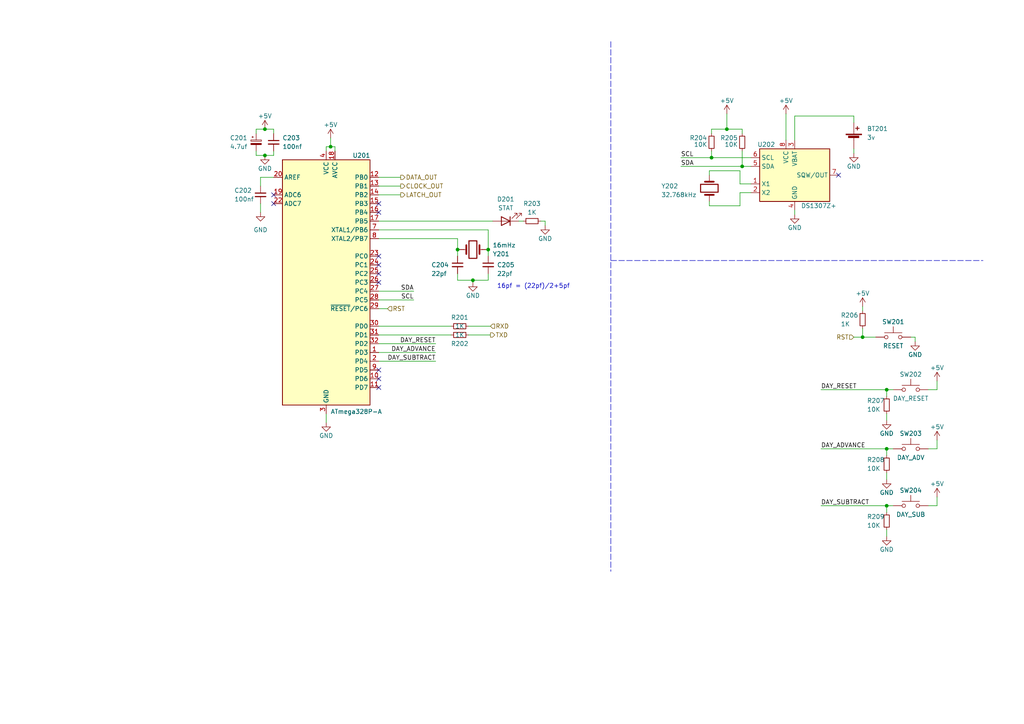
<source format=kicad_sch>
(kicad_sch (version 20211123) (generator eeschema)
  (paper "A4")
  (title_block (title "Days Without Incident Sign") (date "2022-06-24") (rev "v0.1-RC1") (company "FRC 1721"))
  (lib_symbols
    (symbol "Device:Battery_Cell" (pin_numbers hide) (pin_names (offset 0) hide)
      (property "Reference" "BT" (at 2.54 2.54 0))
      (property "Value" "Battery_Cell" (at 2.54 0 0))
      (symbol "Battery_Cell_0_1"
        (rectangle (start -2.286 1.778) (end 2.286 1.524) (fill (type outline)))
        (rectangle (start -1.5748 1.1938) (end 1.4732 0.6858) (fill (type outline)))
        (polyline (pts (xy 0 0.762) (xy 0 0)))
        (polyline (pts (xy 0 1.778) (xy 0 2.54)))
        (polyline (pts (xy 0.508 3.429) (xy 1.524 3.429)) (stroke (width 0.254)))
        (polyline (pts (xy 1.016 3.937) (xy 1.016 2.921)) (stroke (width 0.254)))
      )
      (symbol "Battery_Cell_1_1"
        (pin passive line (at 0 5.08 270) (length 2.54) (name "+") (number "1"))
        (pin passive line (at 0 -2.54 90) (length 2.54) (name "-") (number "2"))
      )
    )
    (symbol "Device:C_Polarized_Small" (pin_numbers hide) (pin_names (offset 0.254) hide)
      (property "Reference" "C" (at 0.254 1.778 0))
      (property "Value" "C_Polarized_Small" (at 0.254 -2.032 0))
      (symbol "C_Polarized_Small_0_1"
        (rectangle (start -1.524 -0.3048) (end 1.524 -0.6858) (fill (type outline)))
        (rectangle (start -1.524 0.6858) (end 1.524 0.3048))
        (polyline (pts (xy -1.27 1.524) (xy -0.762 1.524)))
        (polyline (pts (xy -1.016 1.27) (xy -1.016 1.778)))
      )
      (symbol "C_Polarized_Small_1_1"
        (pin passive line (at 0 2.54 270) (length 1.8542) (name "~") (number "1"))
        (pin passive line (at 0 -2.54 90) (length 1.8542) (name "~") (number "2"))
      )
    )
    (symbol "Device:C_Small" (pin_numbers hide) (pin_names (offset 0.254) hide)
      (property "Reference" "C" (at 0.254 1.778 0))
      (property "Value" "C_Small" (at 0.254 -2.032 0))
      (symbol "C_Small_0_1"
        (polyline (pts (xy -1.524 -0.508) (xy 1.524 -0.508)) (stroke (width 0.3302)))
        (polyline (pts (xy -1.524 0.508) (xy 1.524 0.508)) (stroke (width 0.3048)))
      )
      (symbol "C_Small_1_1"
        (pin passive line (at 0 2.54 270) (length 2.032) (name "~") (number "1"))
        (pin passive line (at 0 -2.54 90) (length 2.032) (name "~") (number "2"))
      )
    )
    (symbol "Device:Crystal" (pin_numbers hide) (pin_names (offset 1.016) hide)
      (property "Reference" "Y" (at 0 3.81 0))
      (property "Value" "Crystal" (at 0 -3.81 0))
      (symbol "Crystal_0_1"
        (rectangle (start -1.143 2.54) (end 1.143 -2.54) (stroke (width 0.3048)))
        (polyline (pts (xy -2.54 0) (xy -1.905 0)))
        (polyline (pts (xy -1.905 -1.27) (xy -1.905 1.27)) (stroke (width 0.508)))
        (polyline (pts (xy 1.905 -1.27) (xy 1.905 1.27)) (stroke (width 0.508)))
        (polyline (pts (xy 2.54 0) (xy 1.905 0)))
      )
      (symbol "Crystal_1_1"
        (pin passive line (at -3.81 0 0) (length 1.27) (name "1") (number "1"))
        (pin passive line (at 3.81 0 180) (length 1.27) (name "2") (number "2"))
      )
    )
    (symbol "Device:LED" (pin_numbers hide) (pin_names (offset 1.016) hide)
      (property "Reference" "D" (at 0 2.54 0))
      (property "Value" "LED" (at 0 -2.54 0))
      (symbol "LED_0_1"
        (polyline (pts (xy -1.27 -1.27) (xy -1.27 1.27)) (stroke (width 0.254)))
        (polyline (pts (xy -1.27 0) (xy 1.27 0)))
        (polyline (pts (xy 1.27 -1.27) (xy 1.27 1.27) (xy -1.27 0) (xy 1.27 -1.27)) (stroke (width 0.254)))
        (polyline (pts (xy -3.048 -0.762) (xy -4.572 -2.286) (xy -3.81 -2.286) (xy -4.572 -2.286) (xy -4.572 -1.524)))
        (polyline (pts (xy -1.778 -0.762) (xy -3.302 -2.286) (xy -2.54 -2.286) (xy -3.302 -2.286) (xy -3.302 -1.524)))
      )
      (symbol "LED_1_1"
        (pin passive line (at -3.81 0 0) (length 2.54) (name "K") (number "1"))
        (pin passive line (at 3.81 0 180) (length 2.54) (name "A") (number "2"))
      )
    )
    (symbol "Device:R_Small" (pin_numbers hide) (pin_names (offset 0.254) hide)
      (property "Reference" "R" (at 0.762 0.508 0))
      (property "Value" "R_Small" (at 0.762 -1.016 0))
      (symbol "R_Small_0_1"
        (rectangle (start -0.762 1.778) (end 0.762 -1.778) (stroke (width 0.2032)))
      )
      (symbol "R_Small_1_1"
        (pin passive line (at 0 2.54 270) (length 0.762) (name "~") (number "1"))
        (pin passive line (at 0 -2.54 90) (length 0.762) (name "~") (number "2"))
      )
    )
    (symbol "MCU_Microchip_ATmega:ATmega328P-A"
      (property "Reference" "U" (at -12.7 36.83 0))
      (property "Value" "ATmega328P-A" (at 2.54 -36.83 0))
      (symbol "ATmega328P-A_0_1"
        (rectangle (start -12.7 -35.56) (end 12.7 35.56) (stroke (width 0.254)) (fill (type background)))
      )
      (symbol "ATmega328P-A_1_1"
        (pin bidirectional line (at 15.24 -20.32 180) (length 2.54) (name "PD3") (number "1"))
        (pin bidirectional line (at 15.24 -27.94 180) (length 2.54) (name "PD6") (number "10"))
        (pin bidirectional line (at 15.24 -30.48 180) (length 2.54) (name "PD7") (number "11"))
        (pin bidirectional line (at 15.24 30.48 180) (length 2.54) (name "PB0") (number "12"))
        (pin bidirectional line (at 15.24 27.94 180) (length 2.54) (name "PB1") (number "13"))
        (pin bidirectional line (at 15.24 25.4 180) (length 2.54) (name "PB2") (number "14"))
        (pin bidirectional line (at 15.24 22.86 180) (length 2.54) (name "PB3") (number "15"))
        (pin bidirectional line (at 15.24 20.32 180) (length 2.54) (name "PB4") (number "16"))
        (pin bidirectional line (at 15.24 17.78 180) (length 2.54) (name "PB5") (number "17"))
        (pin power_in line (at 2.54 38.1 270) (length 2.54) (name "AVCC") (number "18"))
        (pin input line (at -15.24 25.4 0) (length 2.54) (name "ADC6") (number "19"))
        (pin bidirectional line (at 15.24 -22.86 180) (length 2.54) (name "PD4") (number "2"))
        (pin passive line (at -15.24 30.48 0) (length 2.54) (name "AREF") (number "20"))
        (pin passive line (at 0 -38.1 90) (length 2.54) hide (name "GND") (number "21"))
        (pin input line (at -15.24 22.86 0) (length 2.54) (name "ADC7") (number "22"))
        (pin bidirectional line (at 15.24 7.62 180) (length 2.54) (name "PC0") (number "23"))
        (pin bidirectional line (at 15.24 5.08 180) (length 2.54) (name "PC1") (number "24"))
        (pin bidirectional line (at 15.24 2.54 180) (length 2.54) (name "PC2") (number "25"))
        (pin bidirectional line (at 15.24 0 180) (length 2.54) (name "PC3") (number "26"))
        (pin bidirectional line (at 15.24 -2.54 180) (length 2.54) (name "PC4") (number "27"))
        (pin bidirectional line (at 15.24 -5.08 180) (length 2.54) (name "PC5") (number "28"))
        (pin bidirectional line (at 15.24 -7.62 180) (length 2.54) (name "~{RESET}/PC6") (number "29"))
        (pin power_in line (at 0 -38.1 90) (length 2.54) (name "GND") (number "3"))
        (pin bidirectional line (at 15.24 -12.7 180) (length 2.54) (name "PD0") (number "30"))
        (pin bidirectional line (at 15.24 -15.24 180) (length 2.54) (name "PD1") (number "31"))
        (pin bidirectional line (at 15.24 -17.78 180) (length 2.54) (name "PD2") (number "32"))
        (pin power_in line (at 0 38.1 270) (length 2.54) (name "VCC") (number "4"))
        (pin passive line (at 0 -38.1 90) (length 2.54) hide (name "GND") (number "5"))
        (pin passive line (at 0 38.1 270) (length 2.54) hide (name "VCC") (number "6"))
        (pin bidirectional line (at 15.24 15.24 180) (length 2.54) (name "XTAL1/PB6") (number "7"))
        (pin bidirectional line (at 15.24 12.7 180) (length 2.54) (name "XTAL2/PB7") (number "8"))
        (pin bidirectional line (at 15.24 -25.4 180) (length 2.54) (name "PD5") (number "9"))
      )
    )
    (symbol "Switch:SW_Push" (pin_numbers hide) (pin_names (offset 1.016) hide)
      (property "Reference" "SW" (at 1.27 2.54 0))
      (property "Value" "SW_Push" (at 0 -1.524 0))
      (symbol "SW_Push_0_1"
        (circle (center -2.032 0) (radius 0.508))
        (polyline (pts (xy 0 1.27) (xy 0 3.048)))
        (polyline (pts (xy 2.54 1.27) (xy -2.54 1.27)))
        (circle (center 2.032 0) (radius 0.508))
        (pin passive line (at -5.08 0 0) (length 2.54) (name "1") (number "1"))
        (pin passive line (at 5.08 0 180) (length 2.54) (name "2") (number "2"))
      )
    )
    (symbol "Timer_RTC:DS1307Z+"
      (property "Reference" "U" (at -8.89 8.89 0))
      (property "Value" "DS1307Z+" (at 1.27 8.89 0))
      (symbol "DS1307Z+_0_1"
        (rectangle (start -10.16 7.62) (end 10.16 -7.62) (stroke (width 0.254)) (fill (type background)))
      )
      (symbol "DS1307Z+_1_1"
        (pin input line (at -12.7 -2.54 0) (length 2.54) (name "X1") (number "1"))
        (pin input line (at -12.7 -5.08 0) (length 2.54) (name "X2") (number "2"))
        (pin power_in line (at 0 10.16 270) (length 2.54) (name "VBAT") (number "3"))
        (pin power_in line (at 0 -10.16 90) (length 2.54) (name "GND") (number "4"))
        (pin bidirectional line (at -12.7 2.54 0) (length 2.54) (name "SDA") (number "5"))
        (pin input line (at -12.7 5.08 0) (length 2.54) (name "SCL") (number "6"))
        (pin open_collector line (at 12.7 0 180) (length 2.54) (name "SQW/OUT") (number "7"))
        (pin power_in line (at -2.54 10.16 270) (length 2.54) (name "VCC") (number "8"))
      )
    )
    (symbol "power:+5V" (power) (pin_names (offset 0))
      (property "Value" "+5V" (at 0 3.556 0))
      (symbol "+5V_0_1"
        (polyline (pts (xy -0.762 1.27) (xy 0 2.54)))
        (polyline (pts (xy 0 0) (xy 0 2.54)))
        (polyline (pts (xy 0 2.54) (xy 0.762 1.27)))
      )
      (symbol "+5V_1_1"
        (pin power_in line (at 0 0 90) (length 0) hide (name "+5V") (number "1"))
      )
    )
    (symbol "power:GND" (power) (pin_names (offset 0))
      (property "Value" "GND" (at 0 -3.81 0))
      (symbol "GND_0_1"
        (polyline (pts (xy 0 0) (xy 0 -1.27) (xy 1.27 -1.27) (xy 0 -2.54) (xy -1.27 -1.27) (xy 0 -1.27)))
      )
      (symbol "GND_1_1"
        (pin power_in line (at 0 0 270) (length 0) hide (name "GND") (number "1"))
      )
    )
  )
  (junction (at 250.19 97.79))
  (junction (at 141.605 72.39))
  (junction (at 210.82 37.465))
  (junction (at 215.265 48.26))
  (junction (at 257.175 113.03))
  (junction (at 257.175 146.685))
  (junction (at 95.885 42.545))
  (junction (at 76.835 37.465))
  (junction (at 257.175 130.175))
  (junction (at 132.715 72.39))
  (junction (at 76.835 45.085))
  (junction (at 137.16 81.28))
  (junction (at 206.375 45.72))
  (no_connect (at 109.855 107.315))
  (no_connect (at 109.855 81.915))
  (no_connect (at 79.375 59.055))
  (no_connect (at 109.855 61.595))
  (no_connect (at 109.855 109.855))
  (no_connect (at 109.855 76.835))
  (no_connect (at 109.855 112.395))
  (no_connect (at 109.855 74.295))
  (no_connect (at 109.855 79.375))
  (no_connect (at 79.375 56.515))
  (no_connect (at 109.855 59.055))
  (no_connect (at 243.205 50.8))
  (wire (pts (xy 197.485 45.72) (xy 206.375 45.72)))
  (wire (pts (xy 214.63 53.34) (xy 217.805 53.34)))
  (wire (pts (xy 217.805 55.88) (xy 214.63 55.88)))
  (wire (pts (xy 214.63 59.69) (xy 205.74 59.69)))
  (wire (pts (xy 150.495 64.135) (xy 151.765 64.135)))
  (wire (pts (xy 75.565 59.055) (xy 75.565 61.595)))
  (wire (pts (xy 215.265 43.815) (xy 215.265 48.26)))
  (wire (pts (xy 97.155 42.545) (xy 95.885 42.545)))
  (wire (pts (xy 257.175 146.685) (xy 259.08 146.685)))
  (wire (pts (xy 210.82 37.465) (xy 215.265 37.465)))
  (wire (pts (xy 132.715 72.39) (xy 133.35 72.39)))
  (wire (pts (xy 205.74 59.69) (xy 205.74 58.42)))
  (wire (pts (xy 257.175 130.175) (xy 257.175 132.08)))
  (wire (pts (xy 205.74 49.53) (xy 214.63 49.53)))
  (wire (pts (xy 75.565 51.435) (xy 75.565 53.975)))
  (wire (pts (xy 250.19 88.9) (xy 250.19 90.17)))
  (wire (pts (xy 74.295 37.465) (xy 74.295 38.735)))
  (wire (pts (xy 109.855 97.155) (xy 130.81 97.155)))
  (wire (pts (xy 206.375 37.465) (xy 206.375 38.735)))
  (wire (pts (xy 116.205 51.435) (xy 109.855 51.435)))
  (wire (pts (xy 250.19 97.79) (xy 247.65 97.79)))
  (wire (pts (xy 120.015 86.995) (xy 109.855 86.995)))
  (wire (pts (xy 215.265 38.735) (xy 215.265 37.465)))
  (wire (pts (xy 271.78 113.03) (xy 269.24 113.03)))
  (wire (pts (xy 141.605 72.39) (xy 141.605 66.675)))
  (wire (pts (xy 126.365 104.775) (xy 109.855 104.775)))
  (wire (pts (xy 141.605 72.39) (xy 141.605 74.295)))
  (wire (pts (xy 238.125 113.03) (xy 257.175 113.03)))
  (wire (pts (xy 97.155 43.815) (xy 97.155 42.545)))
  (wire (pts (xy 271.78 127.635) (xy 271.78 130.175)))
  (wire (pts (xy 210.82 37.465) (xy 210.82 33.02)))
  (wire (pts (xy 206.375 37.465) (xy 210.82 37.465)))
  (wire (pts (xy 257.175 113.03) (xy 259.08 113.03)))
  (wire (pts (xy 230.505 40.64) (xy 230.505 33.655)))
  (wire (pts (xy 257.175 113.03) (xy 257.175 114.935)))
  (wire (pts (xy 197.485 48.26) (xy 215.265 48.26)))
  (wire (pts (xy 109.855 69.215) (xy 132.715 69.215)))
  (wire (pts (xy 94.615 42.545) (xy 94.615 43.815)))
  (wire (pts (xy 132.715 72.39) (xy 132.715 74.295)))
  (wire (pts (xy 206.375 45.72) (xy 217.805 45.72)))
  (wire (pts (xy 132.715 81.28) (xy 137.16 81.28)))
  (wire (pts (xy 257.175 120.015) (xy 257.175 121.92)))
  (wire (pts (xy 271.78 130.175) (xy 269.24 130.175)))
  (wire (pts (xy 257.175 130.175) (xy 259.08 130.175)))
  (wire (pts (xy 158.115 65.405) (xy 158.115 64.135)))
  (wire (pts (xy 116.205 53.975) (xy 109.855 53.975)))
  (wire (pts (xy 132.715 79.375) (xy 132.715 81.28)))
  (wire (pts (xy 257.175 146.685) (xy 257.175 148.59)))
  (wire (pts (xy 230.505 33.655) (xy 247.65 33.655)))
  (wire (pts (xy 158.115 64.135) (xy 156.845 64.135)))
  (wire (pts (xy 132.715 69.215) (xy 132.715 72.39)))
  (wire (pts (xy 271.78 146.685) (xy 269.24 146.685)))
  (wire (pts (xy 109.855 94.615) (xy 130.81 94.615)))
  (wire (pts (xy 95.885 40.005) (xy 95.885 42.545)))
  (wire (pts (xy 227.965 33.02) (xy 227.965 40.64)))
  (wire (pts (xy 140.97 72.39) (xy 141.605 72.39)))
  (wire (pts (xy 79.375 45.085) (xy 76.835 45.085)))
  (wire (pts (xy 257.175 153.67) (xy 257.175 155.575)))
  (wire (pts (xy 79.375 43.815) (xy 79.375 45.085)))
  (wire (pts (xy 109.855 64.135) (xy 142.875 64.135)))
  (wire (pts (xy 247.65 44.45) (xy 247.65 43.18)))
  (wire (pts (xy 205.74 50.8) (xy 205.74 49.53)))
  (wire (pts (xy 238.125 146.685) (xy 257.175 146.685)))
  (wire (pts (xy 79.375 37.465) (xy 79.375 38.735)))
  (wire (pts (xy 126.365 102.235) (xy 109.855 102.235)))
  (wire (pts (xy 76.835 37.465) (xy 79.375 37.465)))
  (wire (pts (xy 230.505 60.96) (xy 230.505 62.23)))
  (wire (pts (xy 238.125 130.175) (xy 257.175 130.175)))
  (wire (pts (xy 206.375 43.815) (xy 206.375 45.72)))
  (wire (pts (xy 120.015 84.455) (xy 109.855 84.455)))
  (wire (pts (xy 254 97.79) (xy 250.19 97.79)))
  (wire (pts (xy 265.43 97.79) (xy 264.16 97.79)))
  (polyline (pts (xy 177.165 12.065) (xy 177.165 165.735)))
  (wire (pts (xy 126.365 99.695) (xy 109.855 99.695)))
  (wire (pts (xy 95.885 42.545) (xy 94.615 42.545)))
  (wire (pts (xy 76.835 45.085) (xy 74.295 45.085)))
  (polyline (pts (xy 177.165 75.565) (xy 285.115 75.565)))
  (wire (pts (xy 94.615 120.015) (xy 94.615 122.555)))
  (wire (pts (xy 214.63 49.53) (xy 214.63 53.34)))
  (wire (pts (xy 135.89 94.615) (xy 142.24 94.615)))
  (wire (pts (xy 135.89 97.155) (xy 142.24 97.155)))
  (wire (pts (xy 79.375 51.435) (xy 75.565 51.435)))
  (wire (pts (xy 257.175 137.16) (xy 257.175 139.065)))
  (wire (pts (xy 141.605 81.28) (xy 141.605 79.375)))
  (wire (pts (xy 247.65 33.655) (xy 247.65 35.56)))
  (wire (pts (xy 74.295 45.085) (xy 74.295 43.815)))
  (wire (pts (xy 271.78 144.145) (xy 271.78 146.685)))
  (wire (pts (xy 137.16 81.28) (xy 141.605 81.28)))
  (wire (pts (xy 214.63 55.88) (xy 214.63 59.69)))
  (wire (pts (xy 215.265 48.26) (xy 217.805 48.26)))
  (wire (pts (xy 265.43 99.06) (xy 265.43 97.79)))
  (wire (pts (xy 76.835 37.465) (xy 74.295 37.465)))
  (wire (pts (xy 116.205 56.515) (xy 109.855 56.515)))
  (wire (pts (xy 109.855 66.675) (xy 141.605 66.675)))
  (wire (pts (xy 271.78 110.49) (xy 271.78 113.03)))
  (wire (pts (xy 137.16 81.28) (xy 137.16 81.915)))
  (wire (pts (xy 250.19 97.79) (xy 250.19 95.25)))
  (wire (pts (xy 112.395 89.535) (xy 109.855 89.535)))
  (text "16pf = (22pf)/2+5pf" (at 144.145 83.82 0) (effects (font (size 1.27 1.27)) (justify left bottom)))
  (label "DAY_RESET" (at 238.125 113.03 0))
  (label "SCL" (at 120.015 86.995 180))
  (label "SDA" (at 120.015 84.455 180))
  (label "DAY_ADVANCE" (at 238.125 130.175 0))
  (label "SCL" (at 197.485 45.72 0))
  (label "DAY_ADVANCE" (at 126.365 102.235 180))
  (label "DAY_SUBTRACT" (at 238.125 146.685 0))
  (label "SDA" (at 197.485 48.26 0))
  (label "DAY_RESET" (at 126.365 99.695 180))
  (label "DAY_SUBTRACT" (at 126.365 104.775 180))
  (hierarchical_label "RST" (shape input) (at 112.395 89.535 0))
  (hierarchical_label "RST" (shape input) (at 247.65 97.79 180))
  (hierarchical_label "RXD" (shape input) (at 142.24 94.615 0))
  (hierarchical_label "CLOCK_OUT" (shape output) (at 116.205 53.975 0))
  (hierarchical_label "DATA_OUT" (shape output) (at 116.205 51.435 0))
  (hierarchical_label "LATCH_OUT" (shape output) (at 116.205 56.515 0))
  (hierarchical_label "TXD" (shape output) (at 142.24 97.155 0))
  (symbol (lib_id "power:+5V") (at 271.78 127.635 0) (unit 1)
    (property "Reference" "#PWR0218" (effects hide))
    (property "Value" "+5V" (at 271.78 123.825 0))
  )
  (symbol (lib_id "Device:R_Small") (at 133.35 97.155 90) (unit 1)
    (property "Reference" "R202" (at 133.35 99.695 90))
    (property "Value" "1K" (at 133.35 97.155 90))
    (property "Footprint" "Resistor_SMD:R_0805_2012Metric" (effects hide))
  )
  (symbol (lib_id "Switch:SW_Push") (at 264.16 130.175 0) (unit 1)
    (property "Reference" "SW203" (at 264.16 125.73 0))
    (property "Value" "DAY_ADV" (at 264.16 132.715 0))
    (property "Footprint" "Button_Switch_THT:SW_PUSH_6mm_H5mm" (effects hide))
  )
  (symbol (lib_id "power:GND") (at 94.615 122.555 0) (unit 1)
    (property "Reference" "#PWR0204" (effects hide))
    (property "Value" "GND" (at 94.615 126.365 0))
  )
  (symbol (lib_id "power:GND") (at 247.65 44.45 0) (unit 1)
    (property "Reference" "#PWR0211" (effects hide))
    (property "Value" "GND" (at 247.65 48.26 0))
  )
  (symbol (lib_id "Device:Battery_Cell") (at 247.65 40.64 0) (unit 1)
    (property "Reference" "BT201" (at 251.46 37.3379 0) (effects (justify left)))
    (property "Value" "3v" (at 251.46 39.8779 0) (effects (justify left)))
    (property "Footprint" "Battery:BatteryHolder_Keystone_3034_1x20mm" (effects hide))
  )
  (symbol (lib_id "power:+5V") (at 271.78 144.145 0) (unit 1)
    (property "Reference" "#PWR0219" (effects hide))
    (property "Value" "+5V" (at 271.78 140.335 0))
  )
  (symbol (lib_id "power:GND") (at 137.16 81.915 0) (unit 1)
    (property "Reference" "#PWR0206" (effects hide))
    (property "Value" "GND" (at 137.16 85.725 0))
  )
  (symbol (lib_id "Device:R_Small") (at 257.175 134.62 0) (unit 1)
    (property "Reference" "R208" (at 251.46 133.35 0) (effects (justify left)))
    (property "Value" "10K" (at 251.46 135.89 0) (effects (justify left)))
    (property "Footprint" "Resistor_SMD:R_0805_2012Metric" (effects hide))
  )
  (symbol (lib_id "power:+5V") (at 227.965 33.02 0) (unit 1)
    (property "Reference" "#PWR0209" (effects hide))
    (property "Value" "+5V" (at 227.965 29.21 0))
  )
  (symbol (lib_id "Timer_RTC:DS1307Z+") (at 230.505 50.8 0) (unit 1)
    (property "Reference" "U202" (at 222.25 41.91 0))
    (property "Value" "DS1307Z+" (at 237.49 59.69 0))
    (property "Footprint" "Package_SO:SOIC-8_3.9x4.9mm_P1.27mm" (effects hide))
    (property "Datasheet" "https://datasheets.maximintegrated.com/en/ds/DS1307.pdf" (effects hide))
  )
  (symbol (lib_id "Device:R_Small") (at 257.175 151.13 0) (unit 1)
    (property "Reference" "R209" (at 251.46 149.86 0) (effects (justify left)))
    (property "Value" "10K" (at 251.46 152.4 0) (effects (justify left)))
    (property "Footprint" "Resistor_SMD:R_0805_2012Metric" (effects hide))
  )
  (symbol (lib_id "Device:LED") (at 146.685 64.135 180) (unit 1)
    (property "Reference" "D201" (at 146.685 57.785 0))
    (property "Value" "STAT" (at 146.685 60.325 0))
    (property "Footprint" "LED_SMD:LED_0805_2012Metric" (effects hide))
  )
  (symbol (lib_id "power:+5V") (at 76.835 37.465 0) (unit 1)
    (property "Reference" "#PWR0202" (effects hide))
    (property "Value" "+5V" (at 76.835 33.655 0))
  )
  (symbol (lib_id "MCU_Microchip_ATmega:ATmega328P-A") (at 94.615 81.915 0) (unit 1)
    (property "Reference" "U201" (at 102.235 45.085 0) (effects (justify left)))
    (property "Value" "ATmega328P-A" (at 95.885 119.38 0) (effects (justify left)))
    (property "Footprint" "Package_QFP:TQFP-32_7x7mm_P0.8mm" (effects hide))
    (property "Datasheet" "http://ww1.microchip.com/downloads/en/DeviceDoc/ATmega328_P%20AVR%20MCU%20with%20picoPower%20Technology%20Data%20Sheet%2040001984A.pdf" (effects hide))
  )
  (symbol (lib_id "Device:R_Small") (at 250.19 92.71 0) (unit 1)
    (property "Reference" "R206" (at 243.84 91.44 0) (effects (justify left)))
    (property "Value" "1K" (at 243.84 93.98 0) (effects (justify left)))
    (property "Footprint" "Resistor_SMD:R_0805_2012Metric" (effects hide))
  )
  (symbol (lib_id "power:GND") (at 230.505 62.23 0) (unit 1)
    (property "Reference" "#PWR0210" (effects hide))
    (property "Value" "GND" (at 230.505 66.04 0))
  )
  (symbol (lib_id "Device:C_Small") (at 79.375 41.275 0) (unit 1)
    (property "Reference" "C203" (at 81.915 40.005 0) (effects (justify left)))
    (property "Value" "100nf" (at 81.915 42.545 0) (effects (justify left)))
    (property "Footprint" "Capacitor_SMD:C_0805_2012Metric" (effects hide))
  )
  (symbol (lib_id "Device:C_Small") (at 141.605 76.835 0) (unit 1)
    (property "Reference" "C205" (at 144.145 76.835 0) (effects (justify left)))
    (property "Value" "22pf" (at 144.145 79.375 0) (effects (justify left)))
    (property "Footprint" "Capacitor_SMD:C_0805_2012Metric" (effects hide))
  )
  (symbol (lib_id "Device:R_Small") (at 133.35 94.615 90) (unit 1)
    (property "Reference" "R201" (at 133.35 92.075 90))
    (property "Value" "1K" (at 133.35 94.615 90))
    (property "Footprint" "Resistor_SMD:R_0805_2012Metric" (effects hide))
  )
  (symbol (lib_id "Switch:SW_Push") (at 264.16 146.685 0) (unit 1)
    (property "Reference" "SW204" (at 264.16 142.24 0))
    (property "Value" "DAY_SUB" (at 264.16 149.225 0))
    (property "Footprint" "Button_Switch_THT:SW_PUSH_6mm_H5mm" (effects hide))
  )
  (symbol (lib_id "power:GND") (at 265.43 99.06 0) (unit 1)
    (property "Reference" "#PWR0216" (effects hide))
    (property "Value" "GND" (at 265.43 102.87 0))
  )
  (symbol (lib_id "power:+5V") (at 250.19 88.9 0) (unit 1)
    (property "Reference" "#PWR0212" (effects hide))
    (property "Value" "+5V" (at 250.19 85.09 0))
  )
  (symbol (lib_id "Device:R_Small") (at 154.305 64.135 270) (unit 1)
    (property "Reference" "R203" (at 154.305 59.055 90))
    (property "Value" "1K" (at 154.305 61.595 90))
    (property "Footprint" "Resistor_SMD:R_0805_2012Metric" (effects hide))
  )
  (symbol (lib_id "power:+5V") (at 271.78 110.49 0) (unit 1)
    (property "Reference" "#PWR0217" (effects hide))
    (property "Value" "+5V" (at 271.78 106.68 0))
  )
  (symbol (lib_id "Device:C_Small") (at 132.715 76.835 0) (unit 1)
    (property "Reference" "C204" (at 125.095 76.835 0) (effects (justify left)))
    (property "Value" "22pf" (at 125.095 79.375 0) (effects (justify left)))
    (property "Footprint" "Capacitor_SMD:C_0805_2012Metric" (effects hide))
  )
  (symbol (lib_id "Switch:SW_Push") (at 259.08 97.79 0) (unit 1)
    (property "Reference" "SW201" (at 259.08 93.345 0))
    (property "Value" "RESET" (at 259.08 100.33 0))
    (property "Footprint" "Button_Switch_THT:SW_PUSH_6mm_H5mm" (effects hide))
  )
  (symbol (lib_id "Device:R_Small") (at 257.175 117.475 0) (unit 1)
    (property "Reference" "R207" (at 251.46 116.205 0) (effects (justify left)))
    (property "Value" "10K" (at 251.46 118.745 0) (effects (justify left)))
    (property "Footprint" "Resistor_SMD:R_0805_2012Metric" (effects hide))
  )
  (symbol (lib_id "Device:Crystal") (at 137.16 72.39 180) (unit 1)
    (property "Reference" "Y201" (at 142.875 73.66 0) (effects (justify right)))
    (property "Value" "16mHz" (at 142.875 71.12 0) (effects (justify right)))
    (property "Footprint" "Crystal:Crystal_SMD_HC49-SD" (effects hide))
  )
  (symbol (lib_id "Device:C_Small") (at 75.565 56.515 0) (unit 1)
    (property "Reference" "C202" (at 67.945 55.245 0) (effects (justify left)))
    (property "Value" "100nf" (at 67.945 57.785 0) (effects (justify left)))
    (property "Footprint" "Capacitor_SMD:C_0805_2012Metric" (effects hide))
  )
  (symbol (lib_id "power:GND") (at 75.565 61.595 0) (unit 1)
    (property "Reference" "#PWR0201" (effects hide))
    (property "Value" "GND" (at 75.565 66.675 0))
  )
  (symbol (lib_id "Switch:SW_Push") (at 264.16 113.03 0) (unit 1)
    (property "Reference" "SW202" (at 264.16 108.585 0))
    (property "Value" "DAY_RESET" (at 264.16 115.57 0))
    (property "Footprint" "Button_Switch_THT:SW_PUSH_6mm_H5mm" (effects hide))
  )
  (symbol (lib_id "power:GND") (at 257.175 139.065 0) (unit 1)
    (property "Reference" "#PWR0214" (effects hide))
    (property "Value" "GND" (at 257.175 142.875 0))
  )
  (symbol (lib_id "power:GND") (at 257.175 121.92 0) (unit 1)
    (property "Reference" "#PWR0213" (effects hide))
    (property "Value" "GND" (at 257.175 125.73 0))
  )
  (symbol (lib_id "Device:Crystal") (at 205.74 54.61 90) (unit 1)
    (property "Reference" "Y202" (at 191.77 53.975 90) (effects (justify right)))
    (property "Value" "32.768kHz" (at 191.77 56.515 90) (effects (justify right)))
    (property "Footprint" "Crystal:Crystal_SMD_HC49-SD" (effects hide))
  )
  (symbol (lib_id "Device:C_Polarized_Small") (at 74.295 41.275 0) (unit 1)
    (property "Reference" "C201" (at 66.675 40.005 0) (effects (justify left)))
    (property "Value" "4.7uf" (at 66.675 42.545 0) (effects (justify left)))
    (property "Footprint" "Capacitor_SMD:CP_Elec_4x3" (effects hide))
  )
  (symbol (lib_id "power:GND") (at 257.175 155.575 0) (unit 1)
    (property "Reference" "#PWR0215" (effects hide))
    (property "Value" "GND" (at 257.175 159.385 0))
  )
  (symbol (lib_id "power:+5V") (at 95.885 40.005 0) (unit 1)
    (property "Reference" "#PWR0205" (effects hide))
    (property "Value" "+5V" (at 95.885 36.195 0))
  )
  (symbol (lib_id "power:GND") (at 76.835 45.085 0) (unit 1)
    (property "Reference" "#PWR0203" (effects hide))
    (property "Value" "GND" (at 76.835 48.895 0))
  )
  (symbol (lib_id "Device:R_Small") (at 206.375 41.275 0) (unit 1)
    (property "Reference" "R204" (at 202.565 40.005 0))
    (property "Value" "10K" (at 203.2 41.91 0))
    (property "Footprint" "Resistor_SMD:R_0805_2012Metric" (effects hide))
  )
  (symbol (lib_id "power:+5V") (at 210.82 33.02 0) (unit 1)
    (property "Reference" "#PWR0208" (effects hide))
    (property "Value" "+5V" (at 210.82 29.21 0))
  )
  (symbol (lib_id "Device:R_Small") (at 215.265 41.275 0) (unit 1)
    (property "Reference" "R205" (at 211.455 40.005 0))
    (property "Value" "10K" (at 212.09 41.91 0))
    (property "Footprint" "Resistor_SMD:R_0805_2012Metric" (effects hide))
  )
  (symbol (lib_id "power:GND") (at 158.115 65.405 0) (unit 1)
    (property "Reference" "#PWR0207" (effects hide))
    (property "Value" "GND" (at 158.115 69.215 0))
  )
)
</source>
